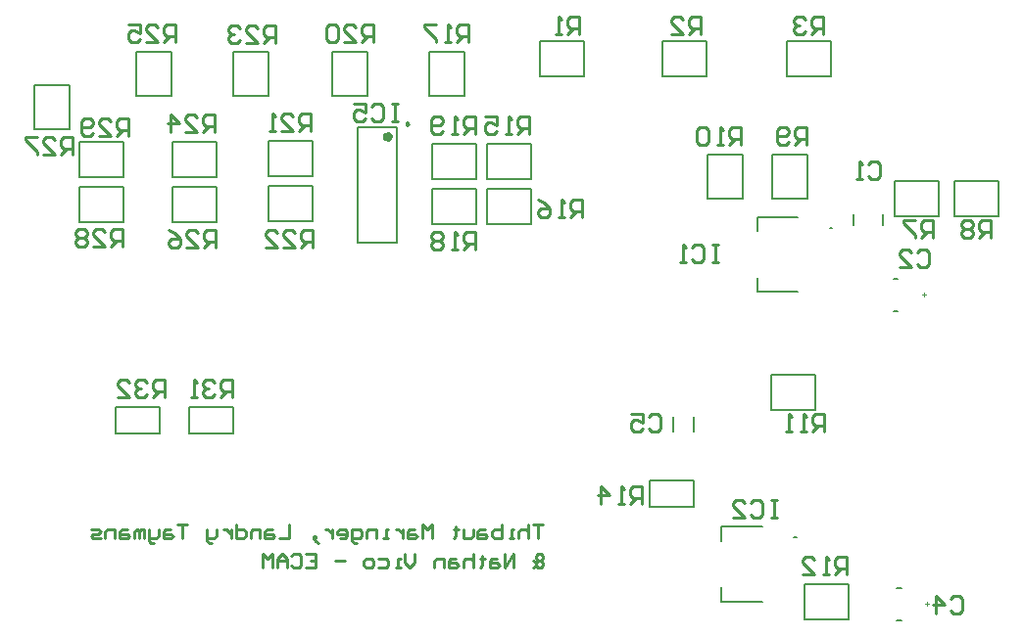
<source format=gbo>
G04*
G04 #@! TF.GenerationSoftware,Altium Limited,Altium Designer,20.2.5 (213)*
G04*
G04 Layer_Color=32896*
%FSLAX25Y25*%
%MOIN*%
G70*
G04*
G04 #@! TF.SameCoordinates,0846BD26-53A7-4D4D-980E-E920FDF7FE47*
G04*
G04*
G04 #@! TF.FilePolarity,Positive*
G04*
G01*
G75*
%ADD11C,0.00984*%
%ADD12C,0.00787*%
%ADD15C,0.01000*%
%ADD72C,0.01575*%
%ADD73C,0.00500*%
G36*
X309149Y9236D02*
X309836D01*
Y8948D01*
X309149D01*
Y8261D01*
X308857D01*
Y8948D01*
X308169D01*
Y9236D01*
X308857D01*
Y9928D01*
X309149D01*
Y9236D01*
D02*
G37*
G36*
X307967Y114748D02*
X308655D01*
Y114460D01*
X307967D01*
Y113773D01*
X307676D01*
Y114460D01*
X306988D01*
Y114748D01*
X307676D01*
Y115439D01*
X307967D01*
Y114748D01*
D02*
G37*
D11*
X132539Y172776D02*
X131801Y173202D01*
Y172349D01*
X132539Y172776D01*
D12*
X276378Y137402D02*
X275591D01*
X276378D01*
X264272Y31890D02*
X263484D01*
X264272D01*
X57854Y76153D02*
X72854D01*
Y67154D02*
Y76153D01*
X57854Y67154D02*
Y76153D01*
Y67154D02*
X72854D01*
X32648Y76153D02*
X47648D01*
Y67154D02*
Y76153D01*
X32648Y67154D02*
Y76153D01*
Y67154D02*
X47648D01*
X115039Y132283D02*
X128268D01*
X115039Y171654D02*
X128268D01*
X115039Y132283D02*
Y171654D01*
X128268Y132283D02*
Y171654D01*
X293656Y138189D02*
Y142126D01*
X283814Y138189D02*
Y142126D01*
X20453Y154630D02*
Y166630D01*
X35453D01*
Y154630D02*
Y166630D01*
X20453Y154630D02*
X35453D01*
X106244Y182264D02*
X118244D01*
Y197264D01*
X106244D02*
X118244D01*
X106244Y182264D02*
Y197264D01*
X72740Y182264D02*
X84740D01*
Y197264D01*
X72740D02*
X84740D01*
X72740Y182264D02*
Y197264D01*
X39669Y182264D02*
X51669D01*
Y197264D01*
X39669D02*
X51669D01*
X39669Y182264D02*
Y197264D01*
X5100Y170846D02*
X17100D01*
Y185846D01*
X5100D02*
X17100D01*
X5100Y170846D02*
Y185846D01*
X139276Y182264D02*
X151276D01*
Y197264D01*
X139276D02*
X151276D01*
X139276Y182264D02*
Y197264D01*
X35453Y139276D02*
Y151276D01*
X20453D02*
X35453D01*
X20453Y139276D02*
Y151276D01*
Y139276D02*
X35453D01*
X52043D02*
Y151276D01*
Y139276D02*
X67043D01*
Y151276D01*
X52043D02*
X67043D01*
X84626Y139669D02*
Y151669D01*
Y139669D02*
X99626D01*
Y151669D01*
X84626D02*
X99626D01*
X155531Y138488D02*
Y150488D01*
X140531D02*
X155531D01*
X140531Y138488D02*
Y150488D01*
Y138488D02*
X155531D01*
X174035D02*
Y150488D01*
X159035D02*
X174035D01*
X159035Y138488D02*
Y150488D01*
Y138488D02*
X174035D01*
X159035Y153842D02*
Y165842D01*
Y153842D02*
X174035D01*
Y165842D01*
X159035D02*
X174035D01*
X155531Y153842D02*
Y165842D01*
X140531D02*
X155531D01*
X140531Y153842D02*
Y165842D01*
Y153842D02*
X155531D01*
X99626Y155024D02*
Y167024D01*
X84626D02*
X99626D01*
X84626Y155024D02*
Y167024D01*
Y155024D02*
X99626D01*
X67043Y154630D02*
Y166630D01*
X52043D02*
X67043D01*
X52043Y154630D02*
Y166630D01*
Y154630D02*
X67043D01*
X276004Y188882D02*
Y200882D01*
X261004D02*
X276004D01*
X261004Y188882D02*
Y200882D01*
Y188882D02*
X276004D01*
X233878D02*
Y200882D01*
X218878D02*
X233878D01*
X218878Y188882D02*
Y200882D01*
Y188882D02*
X233878D01*
X192146D02*
Y200882D01*
X177146D02*
X192146D01*
X177146Y188882D02*
Y200882D01*
Y188882D02*
X192146D01*
X312618Y141244D02*
Y153244D01*
X297618D02*
X312618D01*
X297618Y141244D02*
Y153244D01*
Y141244D02*
X312618D01*
X333091D02*
Y153244D01*
X318091D02*
X333091D01*
X318091Y141244D02*
Y153244D01*
Y141244D02*
X333091D01*
X214350Y42350D02*
X229350D01*
X214350D02*
Y51350D01*
X229350Y42350D02*
Y51350D01*
X214350D02*
X229350D01*
X222441Y68012D02*
Y72933D01*
X229528Y68012D02*
Y72933D01*
X266909Y3843D02*
Y15843D01*
Y3843D02*
X281909D01*
Y15843D01*
X266909D02*
X281909D01*
X234158Y147224D02*
X246158D01*
Y162224D01*
X234158D02*
X246158D01*
X234158Y147224D02*
Y162224D01*
X256205D02*
X268205D01*
X256205Y147224D02*
Y162224D01*
Y147224D02*
X268205D01*
Y162224D01*
X270618Y75297D02*
Y87297D01*
X255618D02*
X270618D01*
X255618Y75297D02*
Y87297D01*
Y75297D02*
X270618D01*
X298425Y14567D02*
X300000D01*
X298425Y3543D02*
X300000D01*
X297244Y120079D02*
X298819D01*
X297244Y109055D02*
X298819D01*
D15*
X178094Y36421D02*
X174804D01*
X176449D01*
Y31485D01*
X173159Y36421D02*
Y31485D01*
Y33953D01*
X172336Y34776D01*
X170691D01*
X169869Y33953D01*
Y31485D01*
X168224D02*
X166578D01*
X167401D01*
Y34776D01*
X168224D01*
X164111Y36421D02*
Y31485D01*
X161643D01*
X160820Y32308D01*
Y33131D01*
Y33953D01*
X161643Y34776D01*
X164111D01*
X158353D02*
X156708D01*
X155885Y33953D01*
Y31485D01*
X158353D01*
X159175Y32308D01*
X158353Y33131D01*
X155885D01*
X154240Y34776D02*
Y32308D01*
X153417Y31485D01*
X150950D01*
Y34776D01*
X148482Y35598D02*
Y34776D01*
X149304D01*
X147659D01*
X148482D01*
Y32308D01*
X147659Y31485D01*
X140256D02*
Y36421D01*
X138611Y34776D01*
X136966Y36421D01*
Y31485D01*
X134498Y34776D02*
X132853D01*
X132030Y33953D01*
Y31485D01*
X134498D01*
X135321Y32308D01*
X134498Y33131D01*
X132030D01*
X130385Y34776D02*
Y31485D01*
Y33131D01*
X129563Y33953D01*
X128740Y34776D01*
X127918D01*
X125450Y31485D02*
X123805D01*
X124627D01*
Y34776D01*
X125450D01*
X121337Y31485D02*
Y34776D01*
X118869D01*
X118047Y33953D01*
Y31485D01*
X114757Y29840D02*
X113934D01*
X113111Y30663D01*
Y34776D01*
X115579D01*
X116402Y33953D01*
Y32308D01*
X115579Y31485D01*
X113111D01*
X108999D02*
X110644D01*
X111466Y32308D01*
Y33953D01*
X110644Y34776D01*
X108999D01*
X108176Y33953D01*
Y33131D01*
X111466D01*
X106531Y34776D02*
Y31485D01*
Y33131D01*
X105708Y33953D01*
X104886Y34776D01*
X104063D01*
X100773Y30663D02*
X99950Y31485D01*
Y32308D01*
X100773D01*
Y31485D01*
X99950D01*
X100773Y30663D01*
X101595Y29840D01*
X91725Y36421D02*
Y31485D01*
X88434D01*
X85967Y34776D02*
X84322D01*
X83499Y33953D01*
Y31485D01*
X85967D01*
X86789Y32308D01*
X85967Y33131D01*
X83499D01*
X81854Y31485D02*
Y34776D01*
X79386D01*
X78564Y33953D01*
Y31485D01*
X73628Y36421D02*
Y31485D01*
X76096D01*
X76919Y32308D01*
Y33953D01*
X76096Y34776D01*
X73628D01*
X71983D02*
Y31485D01*
Y33131D01*
X71161Y33953D01*
X70338Y34776D01*
X69515D01*
X67048D02*
Y32308D01*
X66225Y31485D01*
X63757D01*
Y30663D01*
X64580Y29840D01*
X65403D01*
X63757Y31485D02*
Y34776D01*
X57177Y36421D02*
X53886D01*
X55532D01*
Y31485D01*
X51419Y34776D02*
X49774D01*
X48951Y33953D01*
Y31485D01*
X51419D01*
X52241Y32308D01*
X51419Y33131D01*
X48951D01*
X47306Y34776D02*
Y32308D01*
X46483Y31485D01*
X44016D01*
Y30663D01*
X44838Y29840D01*
X45661D01*
X44016Y31485D02*
Y34776D01*
X42371Y31485D02*
Y34776D01*
X41548D01*
X40725Y33953D01*
Y31485D01*
Y33953D01*
X39903Y34776D01*
X39080Y33953D01*
Y31485D01*
X36613Y34776D02*
X34967D01*
X34145Y33953D01*
Y31485D01*
X36613D01*
X37435Y32308D01*
X36613Y33131D01*
X34145D01*
X32500Y31485D02*
Y34776D01*
X30032D01*
X29210Y33953D01*
Y31485D01*
X27564D02*
X25097D01*
X24274Y32308D01*
X25097Y33131D01*
X26742D01*
X27564Y33953D01*
X26742Y34776D01*
X24274D01*
X174804Y21518D02*
X175627Y22340D01*
X176449Y21518D01*
X177272D01*
X178094Y22340D01*
Y23163D01*
X177272Y23986D01*
X178094Y24808D01*
Y25631D01*
X177272Y26453D01*
X176449D01*
X175627Y25631D01*
Y24808D01*
X176449Y23986D01*
X175627Y23163D01*
Y22340D01*
X174804Y23986D02*
X175627Y23163D01*
X177272Y23986D02*
X176449D01*
X168224Y21518D02*
Y26453D01*
X164933Y21518D01*
Y26453D01*
X162466Y24808D02*
X160820D01*
X159998Y23986D01*
Y21518D01*
X162466D01*
X163288Y22340D01*
X162466Y23163D01*
X159998D01*
X157530Y25631D02*
Y24808D01*
X158353D01*
X156708D01*
X157530D01*
Y22340D01*
X156708Y21518D01*
X154240Y26453D02*
Y21518D01*
Y23986D01*
X153417Y24808D01*
X151772D01*
X150950Y23986D01*
Y21518D01*
X148482Y24808D02*
X146837D01*
X146014Y23986D01*
Y21518D01*
X148482D01*
X149304Y22340D01*
X148482Y23163D01*
X146014D01*
X144369Y21518D02*
Y24808D01*
X141901D01*
X141079Y23986D01*
Y21518D01*
X134498Y26453D02*
Y23163D01*
X132853Y21518D01*
X131208Y23163D01*
Y26453D01*
X129563Y21518D02*
X127918D01*
X128740D01*
Y24808D01*
X129563D01*
X122160D02*
X124627D01*
X125450Y23986D01*
Y22340D01*
X124627Y21518D01*
X122160D01*
X119692D02*
X118047D01*
X117224Y22340D01*
Y23986D01*
X118047Y24808D01*
X119692D01*
X120515Y23986D01*
Y22340D01*
X119692Y21518D01*
X110644Y23986D02*
X107353D01*
X97483Y26453D02*
X100773D01*
Y21518D01*
X97483D01*
X100773Y23986D02*
X99128D01*
X92547Y25631D02*
X93370Y26453D01*
X95015D01*
X95837Y25631D01*
Y22340D01*
X95015Y21518D01*
X93370D01*
X92547Y22340D01*
X90902Y21518D02*
Y24808D01*
X89257Y26453D01*
X87612Y24808D01*
Y21518D01*
Y23986D01*
X90902D01*
X85967Y21518D02*
Y26453D01*
X84322Y24808D01*
X82676Y26453D01*
Y21518D01*
X49251Y79525D02*
Y85523D01*
X46252D01*
X45252Y84524D01*
Y82524D01*
X46252Y81524D01*
X49251D01*
X47251D02*
X45252Y79525D01*
X43253Y84524D02*
X42253Y85523D01*
X40254D01*
X39254Y84524D01*
Y83524D01*
X40254Y82524D01*
X41253D01*
X40254D01*
X39254Y81524D01*
Y80525D01*
X40254Y79525D01*
X42253D01*
X43253Y80525D01*
X33256Y79525D02*
X37255D01*
X33256Y83524D01*
Y84524D01*
X34256Y85523D01*
X36255D01*
X37255Y84524D01*
X72469Y79519D02*
Y85517D01*
X69470D01*
X68471Y84517D01*
Y82518D01*
X69470Y81518D01*
X72469D01*
X70470D02*
X68471Y79519D01*
X66471Y84517D02*
X65472Y85517D01*
X63472D01*
X62472Y84517D01*
Y83518D01*
X63472Y82518D01*
X64472D01*
X63472D01*
X62472Y81518D01*
Y80519D01*
X63472Y79519D01*
X65472D01*
X66471Y80519D01*
X60473Y79519D02*
X58474D01*
X59474D01*
Y85517D01*
X60473Y84517D01*
X128750Y179797D02*
X126751D01*
X127750D01*
Y173799D01*
X128750D01*
X126751D01*
X119753Y178797D02*
X120753Y179797D01*
X122752D01*
X123752Y178797D01*
Y174799D01*
X122752Y173799D01*
X120753D01*
X119753Y174799D01*
X113755Y179797D02*
X117754D01*
Y176798D01*
X115754Y177798D01*
X114754D01*
X113755Y176798D01*
Y174799D01*
X114754Y173799D01*
X116754D01*
X117754Y174799D01*
X288856Y158833D02*
X289856Y159833D01*
X291855D01*
X292855Y158833D01*
Y154835D01*
X291855Y153835D01*
X289856D01*
X288856Y154835D01*
X286857Y153835D02*
X284858D01*
X285857D01*
Y159833D01*
X286857Y158833D01*
X273826Y67815D02*
Y73813D01*
X270827D01*
X269828Y72813D01*
Y70814D01*
X270827Y69814D01*
X273826D01*
X271827D02*
X269828Y67815D01*
X267828D02*
X265829D01*
X266829D01*
Y73813D01*
X267828Y72813D01*
X262830Y67815D02*
X260830D01*
X261830D01*
Y73813D01*
X262830Y72813D01*
X257571Y44648D02*
X255572D01*
X256571D01*
Y38650D01*
X257571D01*
X255572D01*
X248574Y43648D02*
X249574Y44648D01*
X251573D01*
X252573Y43648D01*
Y39649D01*
X251573Y38650D01*
X249574D01*
X248574Y39649D01*
X242576Y38650D02*
X246575D01*
X242576Y42648D01*
Y43648D01*
X243576Y44648D01*
X245575D01*
X246575Y43648D01*
X237795Y131589D02*
X235796D01*
X236796D01*
Y125591D01*
X237795D01*
X235796D01*
X228798Y130589D02*
X229798Y131589D01*
X231797D01*
X232797Y130589D01*
Y126590D01*
X231797Y125591D01*
X229798D01*
X228798Y126590D01*
X226799Y125591D02*
X224799D01*
X225799D01*
Y131589D01*
X226799Y130589D01*
X37008Y168504D02*
Y174502D01*
X34009D01*
X33009Y173502D01*
Y171503D01*
X34009Y170503D01*
X37008D01*
X35008D02*
X33009Y168504D01*
X27011D02*
X31010D01*
X27011Y172503D01*
Y173502D01*
X28011Y174502D01*
X30010D01*
X31010Y173502D01*
X25012Y169504D02*
X24012Y168504D01*
X22013D01*
X21013Y169504D01*
Y173502D01*
X22013Y174502D01*
X24012D01*
X25012Y173502D01*
Y172503D01*
X24012Y171503D01*
X21013D01*
X35039Y130866D02*
Y136864D01*
X32040D01*
X31041Y135864D01*
Y133865D01*
X32040Y132866D01*
X35039D01*
X33040D02*
X31041Y130866D01*
X25043D02*
X29041D01*
X25043Y134865D01*
Y135864D01*
X26042Y136864D01*
X28042D01*
X29041Y135864D01*
X23043D02*
X22044Y136864D01*
X20044D01*
X19045Y135864D01*
Y134865D01*
X20044Y133865D01*
X19045Y132866D01*
Y131866D01*
X20044Y130866D01*
X22044D01*
X23043Y131866D01*
Y132866D01*
X22044Y133865D01*
X23043Y134865D01*
Y135864D01*
X22044Y133865D02*
X20044D01*
X330315Y133858D02*
Y139856D01*
X327316D01*
X326316Y138857D01*
Y136857D01*
X327316Y135858D01*
X330315D01*
X328316D02*
X326316Y133858D01*
X324317Y138857D02*
X323317Y139856D01*
X321318D01*
X320318Y138857D01*
Y137857D01*
X321318Y136857D01*
X320318Y135858D01*
Y134858D01*
X321318Y133858D01*
X323317D01*
X324317Y134858D01*
Y135858D01*
X323317Y136857D01*
X324317Y137857D01*
Y138857D01*
X323317Y136857D02*
X321318D01*
X18187Y162205D02*
Y168203D01*
X15188D01*
X14188Y167203D01*
Y165204D01*
X15188Y164204D01*
X18187D01*
X16187D02*
X14188Y162205D01*
X8190D02*
X12189D01*
X8190Y166203D01*
Y167203D01*
X9190Y168203D01*
X11189D01*
X12189Y167203D01*
X6191Y168203D02*
X2192D01*
Y167203D01*
X6191Y163204D01*
Y162205D01*
X310630Y133858D02*
Y139856D01*
X307631D01*
X306631Y138857D01*
Y136857D01*
X307631Y135858D01*
X310630D01*
X308631D02*
X306631Y133858D01*
X304632Y139856D02*
X300633D01*
Y138857D01*
X304632Y134858D01*
Y133858D01*
X66630Y130709D02*
Y136707D01*
X63631D01*
X62631Y135707D01*
Y133708D01*
X63631Y132708D01*
X66630D01*
X64631D02*
X62631Y130709D01*
X56633D02*
X60632D01*
X56633Y134707D01*
Y135707D01*
X57633Y136707D01*
X59632D01*
X60632Y135707D01*
X50635Y136707D02*
X52635Y135707D01*
X54634Y133708D01*
Y131708D01*
X53634Y130709D01*
X51635D01*
X50635Y131708D01*
Y132708D01*
X51635Y133708D01*
X54634D01*
X53149Y200787D02*
Y206785D01*
X50150D01*
X49151Y205786D01*
Y203786D01*
X50150Y202787D01*
X53149D01*
X51150D02*
X49151Y200787D01*
X43153D02*
X47151D01*
X43153Y204786D01*
Y205786D01*
X44152Y206785D01*
X46152D01*
X47151Y205786D01*
X37155Y206785D02*
X41153D01*
Y203786D01*
X39154Y204786D01*
X38154D01*
X37155Y203786D01*
Y201787D01*
X38154Y200787D01*
X40154D01*
X41153Y201787D01*
X66395Y170024D02*
Y176023D01*
X63396D01*
X62396Y175023D01*
Y173023D01*
X63396Y172024D01*
X66395D01*
X64395D02*
X62396Y170024D01*
X56398D02*
X60396D01*
X56398Y174023D01*
Y175023D01*
X57398Y176023D01*
X59397D01*
X60396Y175023D01*
X51399Y170024D02*
Y176023D01*
X54399Y173023D01*
X50400D01*
X87008Y200394D02*
Y206392D01*
X84009D01*
X83009Y205392D01*
Y203393D01*
X84009Y202393D01*
X87008D01*
X85009D02*
X83009Y200394D01*
X77011D02*
X81010D01*
X77011Y204392D01*
Y205392D01*
X78011Y206392D01*
X80010D01*
X81010Y205392D01*
X75012D02*
X74012Y206392D01*
X72013D01*
X71013Y205392D01*
Y204392D01*
X72013Y203393D01*
X73012D01*
X72013D01*
X71013Y202393D01*
Y201393D01*
X72013Y200394D01*
X74012D01*
X75012Y201393D01*
X99606Y130709D02*
Y136707D01*
X96607D01*
X95608Y135707D01*
Y133708D01*
X96607Y132708D01*
X99606D01*
X97607D02*
X95608Y130709D01*
X89609D02*
X93608D01*
X89609Y134707D01*
Y135707D01*
X90609Y136707D01*
X92609D01*
X93608Y135707D01*
X83612Y130709D02*
X87610D01*
X83612Y134707D01*
Y135707D01*
X84611Y136707D01*
X86611D01*
X87610Y135707D01*
X98987Y170418D02*
Y176416D01*
X95988D01*
X94989Y175417D01*
Y173417D01*
X95988Y172417D01*
X98987D01*
X96988D02*
X94989Y170418D01*
X88991D02*
X92989D01*
X88991Y174417D01*
Y175417D01*
X89990Y176416D01*
X91990D01*
X92989Y175417D01*
X86991Y170418D02*
X84992D01*
X85992D01*
Y176416D01*
X86991Y175417D01*
X120472Y200787D02*
Y206785D01*
X117473D01*
X116474Y205786D01*
Y203786D01*
X117473Y202787D01*
X120472D01*
X118473D02*
X116474Y200787D01*
X110476D02*
X114474D01*
X110476Y204786D01*
Y205786D01*
X111475Y206785D01*
X113475D01*
X114474Y205786D01*
X108476D02*
X107477Y206785D01*
X105477D01*
X104478Y205786D01*
Y201787D01*
X105477Y200787D01*
X107477D01*
X108476Y201787D01*
Y205786D01*
X154950Y169237D02*
Y175235D01*
X151951D01*
X150951Y174235D01*
Y172236D01*
X151951Y171236D01*
X154950D01*
X152950D02*
X150951Y169237D01*
X148951D02*
X146952D01*
X147952D01*
Y175235D01*
X148951Y174235D01*
X143953Y170237D02*
X142954Y169237D01*
X140954D01*
X139954Y170237D01*
Y174235D01*
X140954Y175235D01*
X142954D01*
X143953Y174235D01*
Y173236D01*
X142954Y172236D01*
X139954D01*
X155118Y130079D02*
Y136077D01*
X152119D01*
X151119Y135077D01*
Y133078D01*
X152119Y132078D01*
X155118D01*
X153119D02*
X151119Y130079D01*
X149120D02*
X147121D01*
X148120D01*
Y136077D01*
X149120Y135077D01*
X144122D02*
X143122Y136077D01*
X141123D01*
X140123Y135077D01*
Y134078D01*
X141123Y133078D01*
X140123Y132078D01*
Y131078D01*
X141123Y130079D01*
X143122D01*
X144122Y131078D01*
Y132078D01*
X143122Y133078D01*
X144122Y134078D01*
Y135077D01*
X143122Y133078D02*
X141123D01*
X152756Y200787D02*
Y206785D01*
X149757D01*
X148757Y205786D01*
Y203786D01*
X149757Y202787D01*
X152756D01*
X150757D02*
X148757Y200787D01*
X146758D02*
X144758D01*
X145758D01*
Y206785D01*
X146758Y205786D01*
X141760Y206785D02*
X137761D01*
Y205786D01*
X141760Y201787D01*
Y200787D01*
X191339Y140866D02*
Y146864D01*
X188340D01*
X187340Y145865D01*
Y143865D01*
X188340Y142866D01*
X191339D01*
X189339D02*
X187340Y140866D01*
X185341D02*
X183341D01*
X184341D01*
Y146864D01*
X185341Y145865D01*
X176344Y146864D02*
X178343Y145865D01*
X180342Y143865D01*
Y141866D01*
X179343Y140866D01*
X177343D01*
X176344Y141866D01*
Y142866D01*
X177343Y143865D01*
X180342D01*
X173450Y169237D02*
Y175235D01*
X170451D01*
X169451Y174235D01*
Y172236D01*
X170451Y171236D01*
X173450D01*
X171450D02*
X169451Y169237D01*
X167452D02*
X165452D01*
X166452D01*
Y175235D01*
X167452Y174235D01*
X158455Y175235D02*
X162453D01*
Y172236D01*
X160454Y173236D01*
X159454D01*
X158455Y172236D01*
Y170237D01*
X159454Y169237D01*
X161453D01*
X162453Y170237D01*
X211680Y43419D02*
Y49417D01*
X208681D01*
X207681Y48417D01*
Y46418D01*
X208681Y45418D01*
X211680D01*
X209681D02*
X207681Y43419D01*
X205682D02*
X203683D01*
X204682D01*
Y49417D01*
X205682Y48417D01*
X197685Y43419D02*
Y49417D01*
X200684Y46418D01*
X196685D01*
X281300Y19200D02*
Y25198D01*
X278301D01*
X277301Y24198D01*
Y22199D01*
X278301Y21199D01*
X281300D01*
X279301D02*
X277301Y19200D01*
X275302D02*
X273303D01*
X274302D01*
Y25198D01*
X275302Y24198D01*
X266305Y19200D02*
X270304D01*
X266305Y23199D01*
Y24198D01*
X267304Y25198D01*
X269304D01*
X270304Y24198D01*
X245513Y165605D02*
Y171603D01*
X242514D01*
X241514Y170603D01*
Y168604D01*
X242514Y167604D01*
X245513D01*
X243513D02*
X241514Y165605D01*
X239514D02*
X237515D01*
X238515D01*
Y171603D01*
X239514Y170603D01*
X234516D02*
X233517Y171603D01*
X231517D01*
X230518Y170603D01*
Y166604D01*
X231517Y165605D01*
X233517D01*
X234516Y166604D01*
Y170603D01*
X267613Y165605D02*
Y171603D01*
X264614D01*
X263614Y170603D01*
Y168604D01*
X264614Y167604D01*
X267613D01*
X265613D02*
X263614Y165605D01*
X261614Y166604D02*
X260615Y165605D01*
X258615D01*
X257616Y166604D01*
Y170603D01*
X258615Y171603D01*
X260615D01*
X261614Y170603D01*
Y169603D01*
X260615Y168604D01*
X257616D01*
X273423Y203346D02*
Y209345D01*
X270423D01*
X269424Y208345D01*
Y206346D01*
X270423Y205346D01*
X273423D01*
X271423D02*
X269424Y203346D01*
X267424Y208345D02*
X266425Y209345D01*
X264425D01*
X263426Y208345D01*
Y207345D01*
X264425Y206346D01*
X265425D01*
X264425D01*
X263426Y205346D01*
Y204346D01*
X264425Y203346D01*
X266425D01*
X267424Y204346D01*
X231693Y203346D02*
Y209345D01*
X228694D01*
X227694Y208345D01*
Y206346D01*
X228694Y205346D01*
X231693D01*
X229694D02*
X227694Y203346D01*
X221696D02*
X225695D01*
X221696Y207345D01*
Y208345D01*
X222696Y209345D01*
X224695D01*
X225695Y208345D01*
X190471Y203150D02*
Y209148D01*
X187472D01*
X186473Y208148D01*
Y206149D01*
X187472Y205149D01*
X190471D01*
X188472D02*
X186473Y203150D01*
X184473D02*
X182474D01*
X183474D01*
Y209148D01*
X184473Y208148D01*
X214161Y73010D02*
X215160Y74010D01*
X217160D01*
X218160Y73010D01*
Y69011D01*
X217160Y68012D01*
X215160D01*
X214161Y69011D01*
X208163Y74010D02*
X212161D01*
Y71011D01*
X210162Y72010D01*
X209162D01*
X208163Y71011D01*
Y69011D01*
X209162Y68012D01*
X211162D01*
X212161Y69011D01*
X316867Y11004D02*
X317867Y12004D01*
X319866D01*
X320866Y11004D01*
Y7006D01*
X319866Y6006D01*
X317867D01*
X316867Y7006D01*
X311869Y6006D02*
Y12004D01*
X314868Y9005D01*
X310869D01*
X305450Y129014D02*
X306450Y130014D01*
X308449D01*
X309449Y129014D01*
Y125015D01*
X308449Y124016D01*
X306450D01*
X305450Y125015D01*
X299452Y124016D02*
X303451D01*
X299452Y128015D01*
Y129014D01*
X300452Y130014D01*
X302451D01*
X303451Y129014D01*
D72*
X125906Y168504D02*
X125361Y169253D01*
X124481Y168967D01*
Y168041D01*
X125361Y167755D01*
X125906Y168504D01*
D73*
X250984Y115551D02*
X264764D01*
X250984D02*
Y120433D01*
Y141142D02*
X264764D01*
X250984Y136260D02*
Y141142D01*
X238878Y10039D02*
X252658D01*
X238878D02*
Y14921D01*
Y35630D02*
X252658D01*
X238878Y30748D02*
Y35630D01*
M02*

</source>
